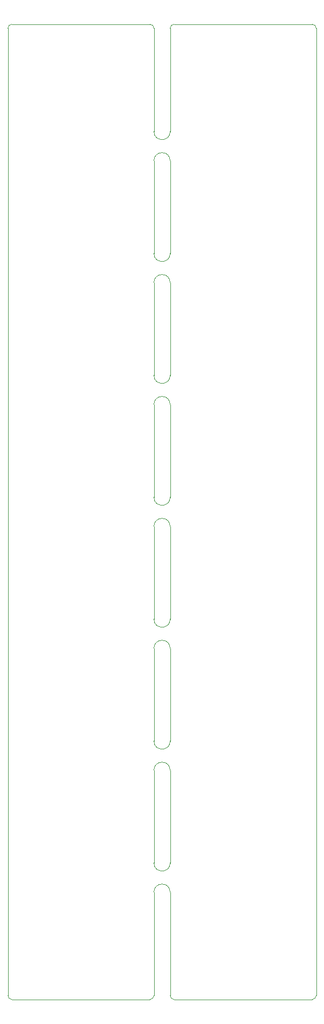
<source format=gm1>
%TF.GenerationSoftware,KiCad,Pcbnew,(6.0.6-0)*%
%TF.CreationDate,2022-09-04T11:17:28+01:00*%
%TF.ProjectId,4u-simple-integrator,34752d73-696d-4706-9c65-2d696e746567,r02*%
%TF.SameCoordinates,Original*%
%TF.FileFunction,Profile,NP*%
%FSLAX46Y46*%
G04 Gerber Fmt 4.6, Leading zero omitted, Abs format (unit mm)*
G04 Created by KiCad (PCBNEW (6.0.6-0)) date 2022-09-04 11:17:28*
%MOMM*%
%LPD*%
G01*
G04 APERTURE LIST*
%TA.AperFunction,Profile*%
%ADD10C,0.050000*%
%TD*%
G04 APERTURE END LIST*
D10*
X116840000Y-91186000D02*
X116840000Y-105664000D01*
X116205000Y-184150000D02*
X94615000Y-184150000D01*
X119380000Y-48514000D02*
X119380000Y-32385000D01*
X93980000Y-183515000D02*
X93980000Y-32385000D01*
X94615000Y-31750000D02*
X116205000Y-31750000D01*
X142240000Y-32385000D02*
G75*
G03*
X141605000Y-31750000I-635000J0D01*
G01*
X119380000Y-110236000D02*
X119380000Y-124714000D01*
X119380000Y-129286000D02*
X119380000Y-143764000D01*
X119380000Y-72136000D02*
X119380000Y-86614000D01*
X119380000Y-91186000D02*
X119380000Y-105664000D01*
X116840000Y-32385000D02*
X116840000Y-48514000D01*
X116840000Y-167386000D02*
X116840000Y-183515000D01*
X94615000Y-31750000D02*
G75*
G03*
X93980000Y-32385000I0J-635000D01*
G01*
X116840000Y-72136000D02*
X116840000Y-86614000D01*
X116840000Y-32385000D02*
G75*
G03*
X116205000Y-31750000I-635000J0D01*
G01*
X120015000Y-31750000D02*
G75*
G03*
X119380000Y-32385000I0J-635000D01*
G01*
X116205000Y-184150000D02*
G75*
G03*
X116840000Y-183515000I0J635000D01*
G01*
X141605000Y-31750000D02*
X120015000Y-31750000D01*
X116840000Y-129286000D02*
X116840000Y-143764000D01*
X119380000Y-167386000D02*
X119380000Y-183515000D01*
X116840000Y-148336000D02*
X116840000Y-162814000D01*
X141605000Y-184150000D02*
G75*
G03*
X142240000Y-183515000I0J635000D01*
G01*
X116840000Y-110236000D02*
X116840000Y-124714000D01*
X119380000Y-53086000D02*
X119380000Y-67564000D01*
X142240000Y-183515000D02*
X142240000Y-32385000D01*
X93980000Y-183515000D02*
G75*
G03*
X94615000Y-184150000I635000J0D01*
G01*
X119380000Y-183515000D02*
G75*
G03*
X120015000Y-184150000I635000J0D01*
G01*
X116840000Y-53086000D02*
X116840000Y-67564000D01*
X119380000Y-148336000D02*
X119380000Y-162814000D01*
X120015000Y-184150000D02*
X141605000Y-184150000D01*
%TO.C,mouse-bite-2.54mm-slot*%
X119380000Y-167386000D02*
G75*
G03*
X116840000Y-167386000I-1270000J0D01*
G01*
X116840000Y-162814000D02*
G75*
G03*
X119380000Y-162814000I1270000J0D01*
G01*
X119380000Y-148336000D02*
G75*
G03*
X116840000Y-148336000I-1270000J0D01*
G01*
X116840000Y-143764000D02*
G75*
G03*
X119380000Y-143764000I1270000J0D01*
G01*
X116840000Y-48514000D02*
G75*
G03*
X119380000Y-48514000I1270000J0D01*
G01*
X119380000Y-53086000D02*
G75*
G03*
X116840000Y-53086000I-1270000J0D01*
G01*
X116840000Y-124714000D02*
G75*
G03*
X119380000Y-124714000I1270000J0D01*
G01*
X119380000Y-129286000D02*
G75*
G03*
X116840000Y-129286000I-1270000J0D01*
G01*
X119380000Y-72136000D02*
G75*
G03*
X116840000Y-72136000I-1270000J0D01*
G01*
X116840000Y-67564000D02*
G75*
G03*
X119380000Y-67564000I1270000J0D01*
G01*
X116840000Y-105664000D02*
G75*
G03*
X119380000Y-105664000I1270000J0D01*
G01*
X119380000Y-110236000D02*
G75*
G03*
X116840000Y-110236000I-1270000J0D01*
G01*
X119380000Y-91186000D02*
G75*
G03*
X116840000Y-91186000I-1270000J0D01*
G01*
X116840000Y-86614000D02*
G75*
G03*
X119380000Y-86614000I1270000J0D01*
G01*
%TD*%
M02*

</source>
